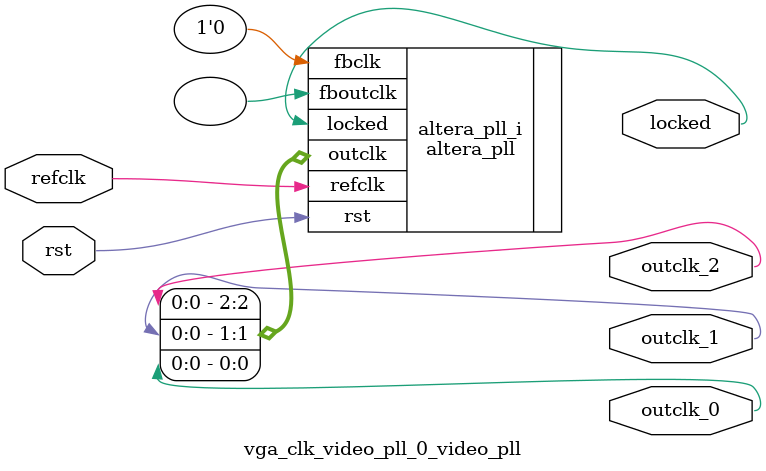
<source format=v>
`timescale 1ns/10ps
module  vga_clk_video_pll_0_video_pll(

	// interface 'refclk'
	input wire refclk,

	// interface 'reset'
	input wire rst,

	// interface 'outclk0'
	output wire outclk_0,

	// interface 'outclk1'
	output wire outclk_1,

	// interface 'outclk2'
	output wire outclk_2,

	// interface 'locked'
	output wire locked
);

	altera_pll #(
		.fractional_vco_multiplier("false"),
		.reference_clock_frequency("50.0 MHz"),
		.operation_mode("direct"),
		.number_of_clocks(3),
		.output_clock_frequency0("25.000000 MHz"),
		.phase_shift0("0 ps"),
		.duty_cycle0(50),
		.output_clock_frequency1("25.000000 MHz"),
		.phase_shift1("0 ps"),
		.duty_cycle1(50),
		.output_clock_frequency2("33.000000 MHz"),
		.phase_shift2("0 ps"),
		.duty_cycle2(50),
		.output_clock_frequency3("0 MHz"),
		.phase_shift3("0 ps"),
		.duty_cycle3(50),
		.output_clock_frequency4("0 MHz"),
		.phase_shift4("0 ps"),
		.duty_cycle4(50),
		.output_clock_frequency5("0 MHz"),
		.phase_shift5("0 ps"),
		.duty_cycle5(50),
		.output_clock_frequency6("0 MHz"),
		.phase_shift6("0 ps"),
		.duty_cycle6(50),
		.output_clock_frequency7("0 MHz"),
		.phase_shift7("0 ps"),
		.duty_cycle7(50),
		.output_clock_frequency8("0 MHz"),
		.phase_shift8("0 ps"),
		.duty_cycle8(50),
		.output_clock_frequency9("0 MHz"),
		.phase_shift9("0 ps"),
		.duty_cycle9(50),
		.output_clock_frequency10("0 MHz"),
		.phase_shift10("0 ps"),
		.duty_cycle10(50),
		.output_clock_frequency11("0 MHz"),
		.phase_shift11("0 ps"),
		.duty_cycle11(50),
		.output_clock_frequency12("0 MHz"),
		.phase_shift12("0 ps"),
		.duty_cycle12(50),
		.output_clock_frequency13("0 MHz"),
		.phase_shift13("0 ps"),
		.duty_cycle13(50),
		.output_clock_frequency14("0 MHz"),
		.phase_shift14("0 ps"),
		.duty_cycle14(50),
		.output_clock_frequency15("0 MHz"),
		.phase_shift15("0 ps"),
		.duty_cycle15(50),
		.output_clock_frequency16("0 MHz"),
		.phase_shift16("0 ps"),
		.duty_cycle16(50),
		.output_clock_frequency17("0 MHz"),
		.phase_shift17("0 ps"),
		.duty_cycle17(50),
		.pll_type("General"),
		.pll_subtype("General")
	) altera_pll_i (
		.rst	(rst),
		.outclk	({outclk_2, outclk_1, outclk_0}),
		.locked	(locked),
		.fboutclk	( ),
		.fbclk	(1'b0),
		.refclk	(refclk)
	);
endmodule


</source>
